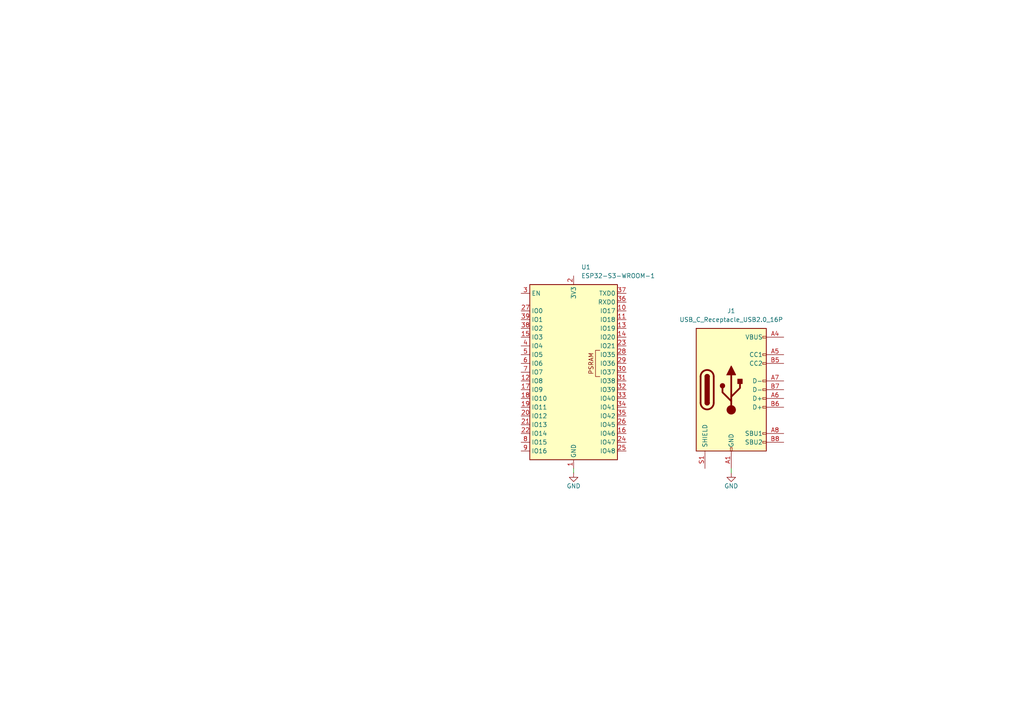
<source format=kicad_sch>
(kicad_sch
	(version 20231120)
	(generator "eeschema")
	(generator_version "8.0")
	(uuid "6e9d61f8-6668-48dd-9aac-9d74200f2082")
	(paper "A4")
	(lib_symbols
		(symbol "Connector:USB_C_Receptacle_USB2.0_16P"
			(pin_names
				(offset 1.016)
			)
			(exclude_from_sim no)
			(in_bom yes)
			(on_board yes)
			(property "Reference" "J"
				(at 0 22.225 0)
				(effects
					(font
						(size 1.27 1.27)
					)
				)
			)
			(property "Value" "USB_C_Receptacle_USB2.0_16P"
				(at 0 19.685 0)
				(effects
					(font
						(size 1.27 1.27)
					)
				)
			)
			(property "Footprint" ""
				(at 3.81 0 0)
				(effects
					(font
						(size 1.27 1.27)
					)
					(hide yes)
				)
			)
			(property "Datasheet" "https://www.usb.org/sites/default/files/documents/usb_type-c.zip"
				(at 3.81 0 0)
				(effects
					(font
						(size 1.27 1.27)
					)
					(hide yes)
				)
			)
			(property "Description" "USB 2.0-only 16P Type-C Receptacle connector"
				(at 0 0 0)
				(effects
					(font
						(size 1.27 1.27)
					)
					(hide yes)
				)
			)
			(property "ki_keywords" "usb universal serial bus type-C USB2.0"
				(at 0 0 0)
				(effects
					(font
						(size 1.27 1.27)
					)
					(hide yes)
				)
			)
			(property "ki_fp_filters" "USB*C*Receptacle*"
				(at 0 0 0)
				(effects
					(font
						(size 1.27 1.27)
					)
					(hide yes)
				)
			)
			(symbol "USB_C_Receptacle_USB2.0_16P_0_0"
				(rectangle
					(start -0.254 -17.78)
					(end 0.254 -16.764)
					(stroke
						(width 0)
						(type default)
					)
					(fill
						(type none)
					)
				)
				(rectangle
					(start 10.16 -14.986)
					(end 9.144 -15.494)
					(stroke
						(width 0)
						(type default)
					)
					(fill
						(type none)
					)
				)
				(rectangle
					(start 10.16 -12.446)
					(end 9.144 -12.954)
					(stroke
						(width 0)
						(type default)
					)
					(fill
						(type none)
					)
				)
				(rectangle
					(start 10.16 -4.826)
					(end 9.144 -5.334)
					(stroke
						(width 0)
						(type default)
					)
					(fill
						(type none)
					)
				)
				(rectangle
					(start 10.16 -2.286)
					(end 9.144 -2.794)
					(stroke
						(width 0)
						(type default)
					)
					(fill
						(type none)
					)
				)
				(rectangle
					(start 10.16 0.254)
					(end 9.144 -0.254)
					(stroke
						(width 0)
						(type default)
					)
					(fill
						(type none)
					)
				)
				(rectangle
					(start 10.16 2.794)
					(end 9.144 2.286)
					(stroke
						(width 0)
						(type default)
					)
					(fill
						(type none)
					)
				)
				(rectangle
					(start 10.16 7.874)
					(end 9.144 7.366)
					(stroke
						(width 0)
						(type default)
					)
					(fill
						(type none)
					)
				)
				(rectangle
					(start 10.16 10.414)
					(end 9.144 9.906)
					(stroke
						(width 0)
						(type default)
					)
					(fill
						(type none)
					)
				)
				(rectangle
					(start 10.16 15.494)
					(end 9.144 14.986)
					(stroke
						(width 0)
						(type default)
					)
					(fill
						(type none)
					)
				)
			)
			(symbol "USB_C_Receptacle_USB2.0_16P_0_1"
				(rectangle
					(start -10.16 17.78)
					(end 10.16 -17.78)
					(stroke
						(width 0.254)
						(type default)
					)
					(fill
						(type background)
					)
				)
				(arc
					(start -8.89 -3.81)
					(mid -6.985 -5.7067)
					(end -5.08 -3.81)
					(stroke
						(width 0.508)
						(type default)
					)
					(fill
						(type none)
					)
				)
				(arc
					(start -7.62 -3.81)
					(mid -6.985 -4.4423)
					(end -6.35 -3.81)
					(stroke
						(width 0.254)
						(type default)
					)
					(fill
						(type none)
					)
				)
				(arc
					(start -7.62 -3.81)
					(mid -6.985 -4.4423)
					(end -6.35 -3.81)
					(stroke
						(width 0.254)
						(type default)
					)
					(fill
						(type outline)
					)
				)
				(rectangle
					(start -7.62 -3.81)
					(end -6.35 3.81)
					(stroke
						(width 0.254)
						(type default)
					)
					(fill
						(type outline)
					)
				)
				(arc
					(start -6.35 3.81)
					(mid -6.985 4.4423)
					(end -7.62 3.81)
					(stroke
						(width 0.254)
						(type default)
					)
					(fill
						(type none)
					)
				)
				(arc
					(start -6.35 3.81)
					(mid -6.985 4.4423)
					(end -7.62 3.81)
					(stroke
						(width 0.254)
						(type default)
					)
					(fill
						(type outline)
					)
				)
				(arc
					(start -5.08 3.81)
					(mid -6.985 5.7067)
					(end -8.89 3.81)
					(stroke
						(width 0.508)
						(type default)
					)
					(fill
						(type none)
					)
				)
				(circle
					(center -2.54 1.143)
					(radius 0.635)
					(stroke
						(width 0.254)
						(type default)
					)
					(fill
						(type outline)
					)
				)
				(circle
					(center 0 -5.842)
					(radius 1.27)
					(stroke
						(width 0)
						(type default)
					)
					(fill
						(type outline)
					)
				)
				(polyline
					(pts
						(xy -8.89 -3.81) (xy -8.89 3.81)
					)
					(stroke
						(width 0.508)
						(type default)
					)
					(fill
						(type none)
					)
				)
				(polyline
					(pts
						(xy -5.08 3.81) (xy -5.08 -3.81)
					)
					(stroke
						(width 0.508)
						(type default)
					)
					(fill
						(type none)
					)
				)
				(polyline
					(pts
						(xy 0 -5.842) (xy 0 4.318)
					)
					(stroke
						(width 0.508)
						(type default)
					)
					(fill
						(type none)
					)
				)
				(polyline
					(pts
						(xy 0 -3.302) (xy -2.54 -0.762) (xy -2.54 0.508)
					)
					(stroke
						(width 0.508)
						(type default)
					)
					(fill
						(type none)
					)
				)
				(polyline
					(pts
						(xy 0 -2.032) (xy 2.54 0.508) (xy 2.54 1.778)
					)
					(stroke
						(width 0.508)
						(type default)
					)
					(fill
						(type none)
					)
				)
				(polyline
					(pts
						(xy -1.27 4.318) (xy 0 6.858) (xy 1.27 4.318) (xy -1.27 4.318)
					)
					(stroke
						(width 0.254)
						(type default)
					)
					(fill
						(type outline)
					)
				)
				(rectangle
					(start 1.905 1.778)
					(end 3.175 3.048)
					(stroke
						(width 0.254)
						(type default)
					)
					(fill
						(type outline)
					)
				)
			)
			(symbol "USB_C_Receptacle_USB2.0_16P_1_1"
				(pin passive line
					(at 0 -22.86 90)
					(length 5.08)
					(name "GND"
						(effects
							(font
								(size 1.27 1.27)
							)
						)
					)
					(number "A1"
						(effects
							(font
								(size 1.27 1.27)
							)
						)
					)
				)
				(pin passive line
					(at 0 -22.86 90)
					(length 5.08) hide
					(name "GND"
						(effects
							(font
								(size 1.27 1.27)
							)
						)
					)
					(number "A12"
						(effects
							(font
								(size 1.27 1.27)
							)
						)
					)
				)
				(pin passive line
					(at 15.24 15.24 180)
					(length 5.08)
					(name "VBUS"
						(effects
							(font
								(size 1.27 1.27)
							)
						)
					)
					(number "A4"
						(effects
							(font
								(size 1.27 1.27)
							)
						)
					)
				)
				(pin bidirectional line
					(at 15.24 10.16 180)
					(length 5.08)
					(name "CC1"
						(effects
							(font
								(size 1.27 1.27)
							)
						)
					)
					(number "A5"
						(effects
							(font
								(size 1.27 1.27)
							)
						)
					)
				)
				(pin bidirectional line
					(at 15.24 -2.54 180)
					(length 5.08)
					(name "D+"
						(effects
							(font
								(size 1.27 1.27)
							)
						)
					)
					(number "A6"
						(effects
							(font
								(size 1.27 1.27)
							)
						)
					)
				)
				(pin bidirectional line
					(at 15.24 2.54 180)
					(length 5.08)
					(name "D-"
						(effects
							(font
								(size 1.27 1.27)
							)
						)
					)
					(number "A7"
						(effects
							(font
								(size 1.27 1.27)
							)
						)
					)
				)
				(pin bidirectional line
					(at 15.24 -12.7 180)
					(length 5.08)
					(name "SBU1"
						(effects
							(font
								(size 1.27 1.27)
							)
						)
					)
					(number "A8"
						(effects
							(font
								(size 1.27 1.27)
							)
						)
					)
				)
				(pin passive line
					(at 15.24 15.24 180)
					(length 5.08) hide
					(name "VBUS"
						(effects
							(font
								(size 1.27 1.27)
							)
						)
					)
					(number "A9"
						(effects
							(font
								(size 1.27 1.27)
							)
						)
					)
				)
				(pin passive line
					(at 0 -22.86 90)
					(length 5.08) hide
					(name "GND"
						(effects
							(font
								(size 1.27 1.27)
							)
						)
					)
					(number "B1"
						(effects
							(font
								(size 1.27 1.27)
							)
						)
					)
				)
				(pin passive line
					(at 0 -22.86 90)
					(length 5.08) hide
					(name "GND"
						(effects
							(font
								(size 1.27 1.27)
							)
						)
					)
					(number "B12"
						(effects
							(font
								(size 1.27 1.27)
							)
						)
					)
				)
				(pin passive line
					(at 15.24 15.24 180)
					(length 5.08) hide
					(name "VBUS"
						(effects
							(font
								(size 1.27 1.27)
							)
						)
					)
					(number "B4"
						(effects
							(font
								(size 1.27 1.27)
							)
						)
					)
				)
				(pin bidirectional line
					(at 15.24 7.62 180)
					(length 5.08)
					(name "CC2"
						(effects
							(font
								(size 1.27 1.27)
							)
						)
					)
					(number "B5"
						(effects
							(font
								(size 1.27 1.27)
							)
						)
					)
				)
				(pin bidirectional line
					(at 15.24 -5.08 180)
					(length 5.08)
					(name "D+"
						(effects
							(font
								(size 1.27 1.27)
							)
						)
					)
					(number "B6"
						(effects
							(font
								(size 1.27 1.27)
							)
						)
					)
				)
				(pin bidirectional line
					(at 15.24 0 180)
					(length 5.08)
					(name "D-"
						(effects
							(font
								(size 1.27 1.27)
							)
						)
					)
					(number "B7"
						(effects
							(font
								(size 1.27 1.27)
							)
						)
					)
				)
				(pin bidirectional line
					(at 15.24 -15.24 180)
					(length 5.08)
					(name "SBU2"
						(effects
							(font
								(size 1.27 1.27)
							)
						)
					)
					(number "B8"
						(effects
							(font
								(size 1.27 1.27)
							)
						)
					)
				)
				(pin passive line
					(at 15.24 15.24 180)
					(length 5.08) hide
					(name "VBUS"
						(effects
							(font
								(size 1.27 1.27)
							)
						)
					)
					(number "B9"
						(effects
							(font
								(size 1.27 1.27)
							)
						)
					)
				)
				(pin passive line
					(at -7.62 -22.86 90)
					(length 5.08)
					(name "SHIELD"
						(effects
							(font
								(size 1.27 1.27)
							)
						)
					)
					(number "S1"
						(effects
							(font
								(size 1.27 1.27)
							)
						)
					)
				)
			)
		)
		(symbol "RF_Module:ESP32-S3-WROOM-1"
			(exclude_from_sim no)
			(in_bom yes)
			(on_board yes)
			(property "Reference" "U"
				(at -12.7 26.67 0)
				(effects
					(font
						(size 1.27 1.27)
					)
				)
			)
			(property "Value" "ESP32-S3-WROOM-1"
				(at 12.7 26.67 0)
				(effects
					(font
						(size 1.27 1.27)
					)
				)
			)
			(property "Footprint" "RF_Module:ESP32-S3-WROOM-1"
				(at 0 2.54 0)
				(effects
					(font
						(size 1.27 1.27)
					)
					(hide yes)
				)
			)
			(property "Datasheet" "https://www.espressif.com/sites/default/files/documentation/esp32-s3-wroom-1_wroom-1u_datasheet_en.pdf"
				(at 0 0 0)
				(effects
					(font
						(size 1.27 1.27)
					)
					(hide yes)
				)
			)
			(property "Description" "RF Module, ESP32-S3 SoC, Wi-Fi 802.11b/g/n, Bluetooth, BLE, 32-bit, 3.3V, onboard antenna, SMD"
				(at 0 0 0)
				(effects
					(font
						(size 1.27 1.27)
					)
					(hide yes)
				)
			)
			(property "ki_keywords" "RF Radio BT ESP ESP32-S3 Espressif onboard PCB antenna"
				(at 0 0 0)
				(effects
					(font
						(size 1.27 1.27)
					)
					(hide yes)
				)
			)
			(property "ki_fp_filters" "ESP32?S3?WROOM?1*"
				(at 0 0 0)
				(effects
					(font
						(size 1.27 1.27)
					)
					(hide yes)
				)
			)
			(symbol "ESP32-S3-WROOM-1_0_0"
				(rectangle
					(start -12.7 25.4)
					(end 12.7 -25.4)
					(stroke
						(width 0.254)
						(type default)
					)
					(fill
						(type background)
					)
				)
				(text "PSRAM"
					(at 5.08 2.54 900)
					(effects
						(font
							(size 1.27 1.27)
						)
					)
				)
			)
			(symbol "ESP32-S3-WROOM-1_0_1"
				(polyline
					(pts
						(xy 7.62 -1.27) (xy 6.35 -1.27) (xy 6.35 6.35) (xy 7.62 6.35)
					)
					(stroke
						(width 0)
						(type default)
					)
					(fill
						(type none)
					)
				)
			)
			(symbol "ESP32-S3-WROOM-1_1_1"
				(pin power_in line
					(at 0 -27.94 90)
					(length 2.54)
					(name "GND"
						(effects
							(font
								(size 1.27 1.27)
							)
						)
					)
					(number "1"
						(effects
							(font
								(size 1.27 1.27)
							)
						)
					)
				)
				(pin bidirectional line
					(at 15.24 17.78 180)
					(length 2.54)
					(name "IO17"
						(effects
							(font
								(size 1.27 1.27)
							)
						)
					)
					(number "10"
						(effects
							(font
								(size 1.27 1.27)
							)
						)
					)
				)
				(pin bidirectional line
					(at 15.24 15.24 180)
					(length 2.54)
					(name "IO18"
						(effects
							(font
								(size 1.27 1.27)
							)
						)
					)
					(number "11"
						(effects
							(font
								(size 1.27 1.27)
							)
						)
					)
				)
				(pin bidirectional line
					(at -15.24 -2.54 0)
					(length 2.54)
					(name "IO8"
						(effects
							(font
								(size 1.27 1.27)
							)
						)
					)
					(number "12"
						(effects
							(font
								(size 1.27 1.27)
							)
						)
					)
				)
				(pin bidirectional line
					(at 15.24 12.7 180)
					(length 2.54)
					(name "IO19"
						(effects
							(font
								(size 1.27 1.27)
							)
						)
					)
					(number "13"
						(effects
							(font
								(size 1.27 1.27)
							)
						)
					)
				)
				(pin bidirectional line
					(at 15.24 10.16 180)
					(length 2.54)
					(name "IO20"
						(effects
							(font
								(size 1.27 1.27)
							)
						)
					)
					(number "14"
						(effects
							(font
								(size 1.27 1.27)
							)
						)
					)
				)
				(pin bidirectional line
					(at -15.24 10.16 0)
					(length 2.54)
					(name "IO3"
						(effects
							(font
								(size 1.27 1.27)
							)
						)
					)
					(number "15"
						(effects
							(font
								(size 1.27 1.27)
							)
						)
					)
				)
				(pin bidirectional line
					(at 15.24 -17.78 180)
					(length 2.54)
					(name "IO46"
						(effects
							(font
								(size 1.27 1.27)
							)
						)
					)
					(number "16"
						(effects
							(font
								(size 1.27 1.27)
							)
						)
					)
				)
				(pin bidirectional line
					(at -15.24 -5.08 0)
					(length 2.54)
					(name "IO9"
						(effects
							(font
								(size 1.27 1.27)
							)
						)
					)
					(number "17"
						(effects
							(font
								(size 1.27 1.27)
							)
						)
					)
				)
				(pin bidirectional line
					(at -15.24 -7.62 0)
					(length 2.54)
					(name "IO10"
						(effects
							(font
								(size 1.27 1.27)
							)
						)
					)
					(number "18"
						(effects
							(font
								(size 1.27 1.27)
							)
						)
					)
				)
				(pin bidirectional line
					(at -15.24 -10.16 0)
					(length 2.54)
					(name "IO11"
						(effects
							(font
								(size 1.27 1.27)
							)
						)
					)
					(number "19"
						(effects
							(font
								(size 1.27 1.27)
							)
						)
					)
				)
				(pin power_in line
					(at 0 27.94 270)
					(length 2.54)
					(name "3V3"
						(effects
							(font
								(size 1.27 1.27)
							)
						)
					)
					(number "2"
						(effects
							(font
								(size 1.27 1.27)
							)
						)
					)
				)
				(pin bidirectional line
					(at -15.24 -12.7 0)
					(length 2.54)
					(name "IO12"
						(effects
							(font
								(size 1.27 1.27)
							)
						)
					)
					(number "20"
						(effects
							(font
								(size 1.27 1.27)
							)
						)
					)
				)
				(pin bidirectional line
					(at -15.24 -15.24 0)
					(length 2.54)
					(name "IO13"
						(effects
							(font
								(size 1.27 1.27)
							)
						)
					)
					(number "21"
						(effects
							(font
								(size 1.27 1.27)
							)
						)
					)
				)
				(pin bidirectional line
					(at -15.24 -17.78 0)
					(length 2.54)
					(name "IO14"
						(effects
							(font
								(size 1.27 1.27)
							)
						)
					)
					(number "22"
						(effects
							(font
								(size 1.27 1.27)
							)
						)
					)
				)
				(pin bidirectional line
					(at 15.24 7.62 180)
					(length 2.54)
					(name "IO21"
						(effects
							(font
								(size 1.27 1.27)
							)
						)
					)
					(number "23"
						(effects
							(font
								(size 1.27 1.27)
							)
						)
					)
				)
				(pin bidirectional line
					(at 15.24 -20.32 180)
					(length 2.54)
					(name "IO47"
						(effects
							(font
								(size 1.27 1.27)
							)
						)
					)
					(number "24"
						(effects
							(font
								(size 1.27 1.27)
							)
						)
					)
				)
				(pin bidirectional line
					(at 15.24 -22.86 180)
					(length 2.54)
					(name "IO48"
						(effects
							(font
								(size 1.27 1.27)
							)
						)
					)
					(number "25"
						(effects
							(font
								(size 1.27 1.27)
							)
						)
					)
				)
				(pin bidirectional line
					(at 15.24 -15.24 180)
					(length 2.54)
					(name "IO45"
						(effects
							(font
								(size 1.27 1.27)
							)
						)
					)
					(number "26"
						(effects
							(font
								(size 1.27 1.27)
							)
						)
					)
				)
				(pin bidirectional line
					(at -15.24 17.78 0)
					(length 2.54)
					(name "IO0"
						(effects
							(font
								(size 1.27 1.27)
							)
						)
					)
					(number "27"
						(effects
							(font
								(size 1.27 1.27)
							)
						)
					)
				)
				(pin bidirectional line
					(at 15.24 5.08 180)
					(length 2.54)
					(name "IO35"
						(effects
							(font
								(size 1.27 1.27)
							)
						)
					)
					(number "28"
						(effects
							(font
								(size 1.27 1.27)
							)
						)
					)
				)
				(pin bidirectional line
					(at 15.24 2.54 180)
					(length 2.54)
					(name "IO36"
						(effects
							(font
								(size 1.27 1.27)
							)
						)
					)
					(number "29"
						(effects
							(font
								(size 1.27 1.27)
							)
						)
					)
				)
				(pin input line
					(at -15.24 22.86 0)
					(length 2.54)
					(name "EN"
						(effects
							(font
								(size 1.27 1.27)
							)
						)
					)
					(number "3"
						(effects
							(font
								(size 1.27 1.27)
							)
						)
					)
				)
				(pin bidirectional line
					(at 15.24 0 180)
					(length 2.54)
					(name "IO37"
						(effects
							(font
								(size 1.27 1.27)
							)
						)
					)
					(number "30"
						(effects
							(font
								(size 1.27 1.27)
							)
						)
					)
				)
				(pin bidirectional line
					(at 15.24 -2.54 180)
					(length 2.54)
					(name "IO38"
						(effects
							(font
								(size 1.27 1.27)
							)
						)
					)
					(number "31"
						(effects
							(font
								(size 1.27 1.27)
							)
						)
					)
				)
				(pin bidirectional line
					(at 15.24 -5.08 180)
					(length 2.54)
					(name "IO39"
						(effects
							(font
								(size 1.27 1.27)
							)
						)
					)
					(number "32"
						(effects
							(font
								(size 1.27 1.27)
							)
						)
					)
				)
				(pin bidirectional line
					(at 15.24 -7.62 180)
					(length 2.54)
					(name "IO40"
						(effects
							(font
								(size 1.27 1.27)
							)
						)
					)
					(number "33"
						(effects
							(font
								(size 1.27 1.27)
							)
						)
					)
				)
				(pin bidirectional line
					(at 15.24 -10.16 180)
					(length 2.54)
					(name "IO41"
						(effects
							(font
								(size 1.27 1.27)
							)
						)
					)
					(number "34"
						(effects
							(font
								(size 1.27 1.27)
							)
						)
					)
				)
				(pin bidirectional line
					(at 15.24 -12.7 180)
					(length 2.54)
					(name "IO42"
						(effects
							(font
								(size 1.27 1.27)
							)
						)
					)
					(number "35"
						(effects
							(font
								(size 1.27 1.27)
							)
						)
					)
				)
				(pin bidirectional line
					(at 15.24 20.32 180)
					(length 2.54)
					(name "RXD0"
						(effects
							(font
								(size 1.27 1.27)
							)
						)
					)
					(number "36"
						(effects
							(font
								(size 1.27 1.27)
							)
						)
					)
				)
				(pin bidirectional line
					(at 15.24 22.86 180)
					(length 2.54)
					(name "TXD0"
						(effects
							(font
								(size 1.27 1.27)
							)
						)
					)
					(number "37"
						(effects
							(font
								(size 1.27 1.27)
							)
						)
					)
				)
				(pin bidirectional line
					(at -15.24 12.7 0)
					(length 2.54)
					(name "IO2"
						(effects
							(font
								(size 1.27 1.27)
							)
						)
					)
					(number "38"
						(effects
							(font
								(size 1.27 1.27)
							)
						)
					)
				)
				(pin bidirectional line
					(at -15.24 15.24 0)
					(length 2.54)
					(name "IO1"
						(effects
							(font
								(size 1.27 1.27)
							)
						)
					)
					(number "39"
						(effects
							(font
								(size 1.27 1.27)
							)
						)
					)
				)
				(pin bidirectional line
					(at -15.24 7.62 0)
					(length 2.54)
					(name "IO4"
						(effects
							(font
								(size 1.27 1.27)
							)
						)
					)
					(number "4"
						(effects
							(font
								(size 1.27 1.27)
							)
						)
					)
				)
				(pin passive line
					(at 0 -27.94 90)
					(length 2.54) hide
					(name "GND"
						(effects
							(font
								(size 1.27 1.27)
							)
						)
					)
					(number "40"
						(effects
							(font
								(size 1.27 1.27)
							)
						)
					)
				)
				(pin passive line
					(at 0 -27.94 90)
					(length 2.54) hide
					(name "GND"
						(effects
							(font
								(size 1.27 1.27)
							)
						)
					)
					(number "41"
						(effects
							(font
								(size 1.27 1.27)
							)
						)
					)
				)
				(pin bidirectional line
					(at -15.24 5.08 0)
					(length 2.54)
					(name "IO5"
						(effects
							(font
								(size 1.27 1.27)
							)
						)
					)
					(number "5"
						(effects
							(font
								(size 1.27 1.27)
							)
						)
					)
				)
				(pin bidirectional line
					(at -15.24 2.54 0)
					(length 2.54)
					(name "IO6"
						(effects
							(font
								(size 1.27 1.27)
							)
						)
					)
					(number "6"
						(effects
							(font
								(size 1.27 1.27)
							)
						)
					)
				)
				(pin bidirectional line
					(at -15.24 0 0)
					(length 2.54)
					(name "IO7"
						(effects
							(font
								(size 1.27 1.27)
							)
						)
					)
					(number "7"
						(effects
							(font
								(size 1.27 1.27)
							)
						)
					)
				)
				(pin bidirectional line
					(at -15.24 -20.32 0)
					(length 2.54)
					(name "IO15"
						(effects
							(font
								(size 1.27 1.27)
							)
						)
					)
					(number "8"
						(effects
							(font
								(size 1.27 1.27)
							)
						)
					)
				)
				(pin bidirectional line
					(at -15.24 -22.86 0)
					(length 2.54)
					(name "IO16"
						(effects
							(font
								(size 1.27 1.27)
							)
						)
					)
					(number "9"
						(effects
							(font
								(size 1.27 1.27)
							)
						)
					)
				)
			)
		)
		(symbol "power:GND"
			(power)
			(pin_numbers hide)
			(pin_names
				(offset 0) hide)
			(exclude_from_sim no)
			(in_bom yes)
			(on_board yes)
			(property "Reference" "#PWR"
				(at 0 -6.35 0)
				(effects
					(font
						(size 1.27 1.27)
					)
					(hide yes)
				)
			)
			(property "Value" "GND"
				(at 0 -3.81 0)
				(effects
					(font
						(size 1.27 1.27)
					)
				)
			)
			(property "Footprint" ""
				(at 0 0 0)
				(effects
					(font
						(size 1.27 1.27)
					)
					(hide yes)
				)
			)
			(property "Datasheet" ""
				(at 0 0 0)
				(effects
					(font
						(size 1.27 1.27)
					)
					(hide yes)
				)
			)
			(property "Description" "Power symbol creates a global label with name \"GND\" , ground"
				(at 0 0 0)
				(effects
					(font
						(size 1.27 1.27)
					)
					(hide yes)
				)
			)
			(property "ki_keywords" "global power"
				(at 0 0 0)
				(effects
					(font
						(size 1.27 1.27)
					)
					(hide yes)
				)
			)
			(symbol "GND_0_1"
				(polyline
					(pts
						(xy 0 0) (xy 0 -1.27) (xy 1.27 -1.27) (xy 0 -2.54) (xy -1.27 -1.27) (xy 0 -1.27)
					)
					(stroke
						(width 0)
						(type default)
					)
					(fill
						(type none)
					)
				)
			)
			(symbol "GND_1_1"
				(pin power_in line
					(at 0 0 270)
					(length 0)
					(name "~"
						(effects
							(font
								(size 1.27 1.27)
							)
						)
					)
					(number "1"
						(effects
							(font
								(size 1.27 1.27)
							)
						)
					)
				)
			)
		)
	)
	(wire
		(pts
			(xy 166.37 135.89) (xy 166.37 137.16)
		)
		(stroke
			(width 0)
			(type default)
		)
		(uuid "3b373927-9050-4202-82ad-0b89ea571cdf")
	)
	(wire
		(pts
			(xy 212.09 135.89) (xy 212.09 137.16)
		)
		(stroke
			(width 0)
			(type default)
		)
		(uuid "dc912565-a059-45b1-9f2d-cf4c884fc35c")
	)
	(symbol
		(lib_id "Connector:USB_C_Receptacle_USB2.0_16P")
		(at 212.09 113.03 0)
		(unit 1)
		(exclude_from_sim no)
		(in_bom yes)
		(on_board yes)
		(dnp no)
		(fields_autoplaced yes)
		(uuid "3731797b-3a72-4499-a0bd-36a5d1d141a2")
		(property "Reference" "J1"
			(at 212.09 90.17 0)
			(effects
				(font
					(size 1.27 1.27)
				)
			)
		)
		(property "Value" "USB_C_Receptacle_USB2.0_16P"
			(at 212.09 92.71 0)
			(effects
				(font
					(size 1.27 1.27)
				)
			)
		)
		(property "Footprint" "Connector_USB:USB_C_Receptacle_G-Switch_GT-USB-7010ASV"
			(at 215.9 113.03 0)
			(effects
				(font
					(size 1.27 1.27)
				)
				(hide yes)
			)
		)
		(property "Datasheet" "https://www.usb.org/sites/default/files/documents/usb_type-c.zip"
			(at 215.9 113.03 0)
			(effects
				(font
					(size 1.27 1.27)
				)
				(hide yes)
			)
		)
		(property "Description" "USB 2.0-only 16P Type-C Receptacle connector"
			(at 212.09 113.03 0)
			(effects
				(font
					(size 1.27 1.27)
				)
				(hide yes)
			)
		)
		(pin "B9"
			(uuid "b3b8d453-2243-4446-8229-60d0ebbb56fa")
		)
		(pin "A9"
			(uuid "8280b081-4a3b-4575-b3e7-14a27133f943")
		)
		(pin "A1"
			(uuid "3709523b-ed96-43fd-89c6-178e0d786448")
		)
		(pin "A5"
			(uuid "9858b131-5f18-465f-aace-b113e735a450")
		)
		(pin "A7"
			(uuid "f02bae4c-c91c-4f74-9b97-f392deaaa04e")
		)
		(pin "B1"
			(uuid "329b5324-2ffa-490a-87c7-13d2aede84b6")
		)
		(pin "B6"
			(uuid "b93d6c72-b374-4a89-9980-4752958bac37")
		)
		(pin "A6"
			(uuid "148f9d1e-b1f6-4155-be78-88cf1e450968")
		)
		(pin "A4"
			(uuid "19387ac2-7326-4895-8c8b-735da3cafc29")
		)
		(pin "A8"
			(uuid "a902b2d1-739f-496e-81ec-7faa7345c8ab")
		)
		(pin "B8"
			(uuid "87b9a7e5-6461-4e47-b250-efb8957597df")
		)
		(pin "B12"
			(uuid "118dde01-c1e9-43b7-bb20-8374009e06f4")
		)
		(pin "A12"
			(uuid "b11c39d8-348c-4959-8ade-33e2aac4da02")
		)
		(pin "S1"
			(uuid "50463b01-3c2a-40f5-8fae-c90ca4b77b77")
		)
		(pin "B5"
			(uuid "9d065137-895f-487b-9a61-e71b32e5fd4f")
		)
		(pin "B7"
			(uuid "9cdb5522-0558-4974-85a2-d05c45d4881f")
		)
		(pin "B4"
			(uuid "9855c9f6-12af-48cc-bcab-98f4ab392f57")
		)
		(instances
			(project "MarinaWatch"
				(path "/6e9d61f8-6668-48dd-9aac-9d74200f2082"
					(reference "J1")
					(unit 1)
				)
			)
		)
	)
	(symbol
		(lib_id "RF_Module:ESP32-S3-WROOM-1")
		(at 166.37 107.95 0)
		(unit 1)
		(exclude_from_sim no)
		(in_bom yes)
		(on_board yes)
		(dnp no)
		(fields_autoplaced yes)
		(uuid "73893905-5b4c-40ef-8040-418605e86d2e")
		(property "Reference" "U1"
			(at 168.5641 77.47 0)
			(effects
				(font
					(size 1.27 1.27)
				)
				(justify left)
			)
		)
		(property "Value" "ESP32-S3-WROOM-1"
			(at 168.5641 80.01 0)
			(effects
				(font
					(size 1.27 1.27)
				)
				(justify left)
			)
		)
		(property "Footprint" "RF_Module:ESP32-S3-WROOM-1"
			(at 166.37 105.41 0)
			(effects
				(font
					(size 1.27 1.27)
				)
				(hide yes)
			)
		)
		(property "Datasheet" "https://www.espressif.com/sites/default/files/documentation/esp32-s3-wroom-1_wroom-1u_datasheet_en.pdf"
			(at 166.37 107.95 0)
			(effects
				(font
					(size 1.27 1.27)
				)
				(hide yes)
			)
		)
		(property "Description" "RF Module, ESP32-S3 SoC, Wi-Fi 802.11b/g/n, Bluetooth, BLE, 32-bit, 3.3V, onboard antenna, SMD"
			(at 166.37 107.95 0)
			(effects
				(font
					(size 1.27 1.27)
				)
				(hide yes)
			)
		)
		(pin "6"
			(uuid "7f4c7aa0-ccc9-4ee0-a87f-3a27ac61ef5b")
		)
		(pin "8"
			(uuid "904b1e0f-c273-41d3-aa36-0d7d553c8797")
		)
		(pin "7"
			(uuid "065721ca-cdbe-41b8-836e-c8d7a7bb0ac3")
		)
		(pin "5"
			(uuid "49e1bd81-6fa5-49e9-8280-7910a9d335d0")
		)
		(pin "41"
			(uuid "f527a5f6-d423-4ac1-a843-06b60ef4eaf2")
		)
		(pin "9"
			(uuid "04d0db99-ff10-4c3c-9516-35a6fa5ef6d4")
		)
		(pin "14"
			(uuid "f0adc03b-b65f-4497-8517-6ff023f3a981")
		)
		(pin "1"
			(uuid "06985c6e-f0d0-4e97-8732-bc538042798b")
		)
		(pin "35"
			(uuid "796e4f22-0f8c-41e0-836b-27ed842ae717")
		)
		(pin "19"
			(uuid "fc816b03-b16c-4b11-9aad-608953f6eaa2")
		)
		(pin "12"
			(uuid "bade2a42-df43-4d9f-afa1-5517b93abd49")
		)
		(pin "28"
			(uuid "b571f03f-d422-4683-a584-3800eb2e3ef7")
		)
		(pin "11"
			(uuid "b4d1e158-e291-4170-8cb9-b8406261f6ee")
		)
		(pin "3"
			(uuid "b0e720ea-0fa8-4e6f-ab4e-0e0787effd6a")
		)
		(pin "27"
			(uuid "8ba26f3d-6499-4ad6-bc30-2e2ae7302dd5")
		)
		(pin "16"
			(uuid "1e1d35d9-ad0c-4c4f-9bb2-7f083ee16ecd")
		)
		(pin "17"
			(uuid "46fee4e8-51d9-463e-815e-7b9a10e5f6d6")
		)
		(pin "23"
			(uuid "647638bf-b720-40af-ae64-63a15770ce2a")
		)
		(pin "26"
			(uuid "ddf4d3dd-cb53-47bf-b050-714a9c53f0bd")
		)
		(pin "30"
			(uuid "157d78a3-e3cb-4637-8e5c-ed43cc70f2a3")
		)
		(pin "15"
			(uuid "2fd32d4e-217f-4052-a728-041b00ed1ff9")
		)
		(pin "32"
			(uuid "8a2fd5f9-4b7c-4dc4-be00-33c1c6b3b276")
		)
		(pin "34"
			(uuid "ed178e76-6bc1-492e-a90f-d65a73d68703")
		)
		(pin "36"
			(uuid "9b3f6bc5-e42e-4f3b-9124-e7733463949a")
		)
		(pin "37"
			(uuid "023a2a85-617d-43a4-bf34-9bf7e5f8ae39")
		)
		(pin "38"
			(uuid "23281d52-9cb8-4594-bd65-e3286df9ec44")
		)
		(pin "39"
			(uuid "02377427-d5d2-4142-bae3-589659c73869")
		)
		(pin "20"
			(uuid "2020e966-74e9-48a2-8623-53a6ab2dbfcd")
		)
		(pin "4"
			(uuid "b443e732-45e2-4bcd-88b5-a62baf90f0ba")
		)
		(pin "33"
			(uuid "19e10641-0d38-4c0f-b8b7-ffa0da7bffd1")
		)
		(pin "40"
			(uuid "ef372e4b-4500-4362-b5db-87315238f8a1")
		)
		(pin "22"
			(uuid "1c98311b-e5c0-419e-ac4b-0da5ea852573")
		)
		(pin "21"
			(uuid "efe3d969-6015-44f0-ad3b-1b2c274ea6f3")
		)
		(pin "10"
			(uuid "05070936-c53d-4ab4-8b64-666bf30070da")
		)
		(pin "18"
			(uuid "76e47356-ecf3-4313-8421-d16a5775ebcf")
		)
		(pin "24"
			(uuid "b877d834-9dac-4a02-a03e-4b3e27c57b2a")
		)
		(pin "25"
			(uuid "128677b9-a2aa-4a6a-8d48-e85995ec92f1")
		)
		(pin "13"
			(uuid "8a6b0b5c-05d8-4c11-b69d-f7542f3d2416")
		)
		(pin "2"
			(uuid "b96cfba2-a54b-4de6-8664-82120aee9551")
		)
		(pin "29"
			(uuid "68657422-7626-427a-ac83-ec82246ab7f6")
		)
		(pin "31"
			(uuid "27d59cde-4a94-411e-9e39-13533d129674")
		)
		(instances
			(project "MarinaWatch"
				(path "/6e9d61f8-6668-48dd-9aac-9d74200f2082"
					(reference "U1")
					(unit 1)
				)
			)
		)
	)
	(symbol
		(lib_id "power:GND")
		(at 166.37 137.16 0)
		(unit 1)
		(exclude_from_sim no)
		(in_bom yes)
		(on_board yes)
		(dnp no)
		(uuid "9a69e6f7-a2ed-4545-adf9-c296fef8cd7f")
		(property "Reference" "#PWR01"
			(at 166.37 143.51 0)
			(effects
				(font
					(size 1.27 1.27)
				)
				(hide yes)
			)
		)
		(property "Value" "GND"
			(at 166.37 140.97 0)
			(effects
				(font
					(size 1.27 1.27)
				)
			)
		)
		(property "Footprint" ""
			(at 166.37 137.16 0)
			(effects
				(font
					(size 1.27 1.27)
				)
				(hide yes)
			)
		)
		(property "Datasheet" ""
			(at 166.37 137.16 0)
			(effects
				(font
					(size 1.27 1.27)
				)
				(hide yes)
			)
		)
		(property "Description" "Power symbol creates a global label with name \"GND\" , ground"
			(at 166.37 137.16 0)
			(effects
				(font
					(size 1.27 1.27)
				)
				(hide yes)
			)
		)
		(pin "1"
			(uuid "0b20d86a-06ef-431a-aa26-5ffcb8448de8")
		)
		(instances
			(project "MarinaWatch"
				(path "/6e9d61f8-6668-48dd-9aac-9d74200f2082"
					(reference "#PWR01")
					(unit 1)
				)
			)
		)
	)
	(symbol
		(lib_id "power:GND")
		(at 212.09 137.16 0)
		(unit 1)
		(exclude_from_sim no)
		(in_bom yes)
		(on_board yes)
		(dnp no)
		(uuid "f676c394-6f0f-4948-a65f-a48eb8941144")
		(property "Reference" "#PWR02"
			(at 212.09 143.51 0)
			(effects
				(font
					(size 1.27 1.27)
				)
				(hide yes)
			)
		)
		(property "Value" "GND"
			(at 212.09 140.97 0)
			(effects
				(font
					(size 1.27 1.27)
				)
			)
		)
		(property "Footprint" ""
			(at 212.09 137.16 0)
			(effects
				(font
					(size 1.27 1.27)
				)
				(hide yes)
			)
		)
		(property "Datasheet" ""
			(at 212.09 137.16 0)
			(effects
				(font
					(size 1.27 1.27)
				)
				(hide yes)
			)
		)
		(property "Description" "Power symbol creates a global label with name \"GND\" , ground"
			(at 212.09 137.16 0)
			(effects
				(font
					(size 1.27 1.27)
				)
				(hide yes)
			)
		)
		(pin "1"
			(uuid "c9ea12b8-55d9-4041-b803-3adb8d466170")
		)
		(instances
			(project "MarinaWatch"
				(path "/6e9d61f8-6668-48dd-9aac-9d74200f2082"
					(reference "#PWR02")
					(unit 1)
				)
			)
		)
	)
	(sheet_instances
		(path "/"
			(page "1")
		)
	)
)

</source>
